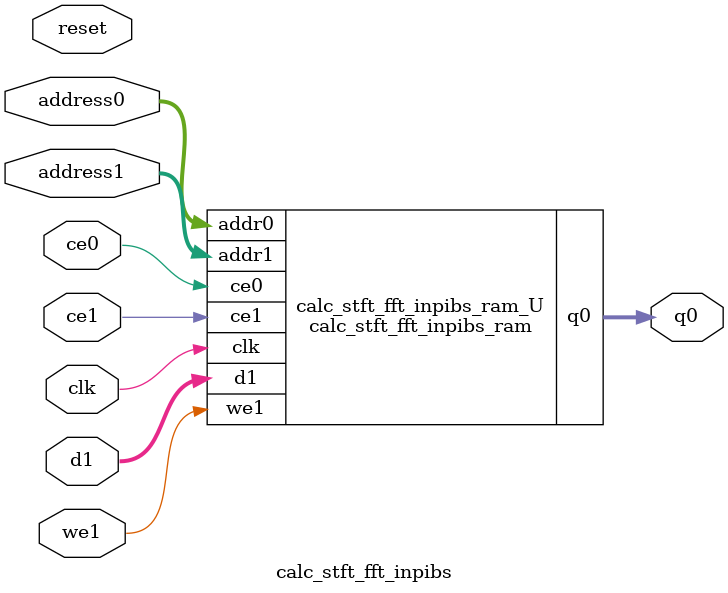
<source format=v>
`timescale 1 ns / 1 ps
module calc_stft_fft_inpibs_ram (addr0, ce0, q0, addr1, ce1, d1, we1,  clk);

parameter DWIDTH = 32;
parameter AWIDTH = 8;
parameter MEM_SIZE = 256;

input[AWIDTH-1:0] addr0;
input ce0;
output reg[DWIDTH-1:0] q0;
input[AWIDTH-1:0] addr1;
input ce1;
input[DWIDTH-1:0] d1;
input we1;
input clk;

(* ram_style = "distributed" *)reg [DWIDTH-1:0] ram[0:MEM_SIZE-1];




always @(posedge clk)  
begin 
    if (ce0) begin
        q0 <= ram[addr0];
    end
end


always @(posedge clk)  
begin 
    if (ce1) begin
        if (we1) 
            ram[addr1] <= d1; 
    end
end


endmodule

`timescale 1 ns / 1 ps
module calc_stft_fft_inpibs(
    reset,
    clk,
    address0,
    ce0,
    q0,
    address1,
    ce1,
    we1,
    d1);

parameter DataWidth = 32'd32;
parameter AddressRange = 32'd256;
parameter AddressWidth = 32'd8;
input reset;
input clk;
input[AddressWidth - 1:0] address0;
input ce0;
output[DataWidth - 1:0] q0;
input[AddressWidth - 1:0] address1;
input ce1;
input we1;
input[DataWidth - 1:0] d1;



calc_stft_fft_inpibs_ram calc_stft_fft_inpibs_ram_U(
    .clk( clk ),
    .addr0( address0 ),
    .ce0( ce0 ),
    .q0( q0 ),
    .addr1( address1 ),
    .ce1( ce1 ),
    .we1( we1 ),
    .d1( d1 ));

endmodule


</source>
